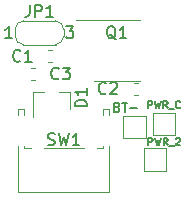
<source format=gto>
G04 #@! TF.GenerationSoftware,KiCad,Pcbnew,(5.1.6)-1*
G04 #@! TF.CreationDate,2020-08-20T16:01:08-07:00*
G04 #@! TF.ProjectId,Momentary-Power-Toggle,4d6f6d65-6e74-4617-9279-2d506f776572,rev?*
G04 #@! TF.SameCoordinates,Original*
G04 #@! TF.FileFunction,Legend,Top*
G04 #@! TF.FilePolarity,Positive*
%FSLAX46Y46*%
G04 Gerber Fmt 4.6, Leading zero omitted, Abs format (unit mm)*
G04 Created by KiCad (PCBNEW (5.1.6)-1) date 2020-08-20 16:01:08*
%MOMM*%
%LPD*%
G01*
G04 APERTURE LIST*
%ADD10C,0.120000*%
%ADD11C,0.150000*%
G04 APERTURE END LIST*
D10*
X90090000Y-86780000D02*
X90090000Y-86550000D01*
X90610000Y-90450000D02*
X82890000Y-90450000D01*
X82890000Y-90450000D02*
X82890000Y-86550000D01*
X90610000Y-83440000D02*
X90090000Y-83440000D01*
X90610000Y-90450000D02*
X90610000Y-86550000D01*
X83410000Y-86780000D02*
X83410000Y-86550000D01*
X90090000Y-83950000D02*
X90090000Y-83440000D01*
X90610000Y-83950000D02*
X90610000Y-83440000D01*
X83950000Y-86780000D02*
X83410000Y-86780000D01*
X83410000Y-83950000D02*
X83410000Y-83440000D01*
X83410000Y-83440000D02*
X82890000Y-83440000D01*
X82890000Y-83950000D02*
X82890000Y-83440000D01*
X90090000Y-86780000D02*
X89550000Y-86780000D01*
X88450000Y-86780000D02*
X85050000Y-86780000D01*
X91250000Y-81060000D02*
X93200000Y-81060000D01*
X91250000Y-81060000D02*
X89300000Y-81060000D01*
X91250000Y-75940000D02*
X93200000Y-75940000D01*
X91250000Y-75940000D02*
X87800000Y-75940000D01*
X82650000Y-77300000D02*
X82650000Y-76700000D01*
X86100000Y-78000000D02*
X83300000Y-78000000D01*
X86750000Y-76700000D02*
X86750000Y-77300000D01*
X83300000Y-76000000D02*
X86100000Y-76000000D01*
X82650000Y-76700000D02*
G75*
G02*
X83350000Y-76000000I700000J0D01*
G01*
X83350000Y-78000000D02*
G75*
G02*
X82650000Y-77300000I0J700000D01*
G01*
X86750000Y-77300000D02*
G75*
G02*
X86050000Y-78000000I-700000J0D01*
G01*
X86050000Y-76000000D02*
G75*
G02*
X86750000Y-76700000I0J-700000D01*
G01*
X91800000Y-84050000D02*
X93700000Y-84050000D01*
X93700000Y-84050000D02*
X93700000Y-85950000D01*
X93700000Y-85950000D02*
X91800000Y-85950000D01*
X91800000Y-85950000D02*
X91800000Y-84050000D01*
X93550000Y-86800000D02*
X95450000Y-86800000D01*
X95450000Y-86800000D02*
X95450000Y-88700000D01*
X95450000Y-88700000D02*
X93550000Y-88700000D01*
X93550000Y-88700000D02*
X93550000Y-86800000D01*
X94300000Y-83800000D02*
X96200000Y-83800000D01*
X96200000Y-83800000D02*
X96200000Y-85700000D01*
X96200000Y-85700000D02*
X94300000Y-85700000D01*
X94300000Y-85700000D02*
X94300000Y-83800000D01*
X87330000Y-81990000D02*
X86400000Y-81990000D01*
X84170000Y-81990000D02*
X85100000Y-81990000D01*
X84170000Y-81990000D02*
X84170000Y-84150000D01*
X87330000Y-81990000D02*
X87330000Y-83450000D01*
X84296267Y-81010000D02*
X83953733Y-81010000D01*
X84296267Y-79990000D02*
X83953733Y-79990000D01*
X93046267Y-82260000D02*
X92703733Y-82260000D01*
X93046267Y-81240000D02*
X92703733Y-81240000D01*
X85796267Y-79510000D02*
X85453733Y-79510000D01*
X85796267Y-78490000D02*
X85453733Y-78490000D01*
D11*
X85416666Y-86474761D02*
X85559523Y-86522380D01*
X85797619Y-86522380D01*
X85892857Y-86474761D01*
X85940476Y-86427142D01*
X85988095Y-86331904D01*
X85988095Y-86236666D01*
X85940476Y-86141428D01*
X85892857Y-86093809D01*
X85797619Y-86046190D01*
X85607142Y-85998571D01*
X85511904Y-85950952D01*
X85464285Y-85903333D01*
X85416666Y-85808095D01*
X85416666Y-85712857D01*
X85464285Y-85617619D01*
X85511904Y-85570000D01*
X85607142Y-85522380D01*
X85845238Y-85522380D01*
X85988095Y-85570000D01*
X86321428Y-85522380D02*
X86559523Y-86522380D01*
X86750000Y-85808095D01*
X86940476Y-86522380D01*
X87178571Y-85522380D01*
X88083333Y-86522380D02*
X87511904Y-86522380D01*
X87797619Y-86522380D02*
X87797619Y-85522380D01*
X87702380Y-85665238D01*
X87607142Y-85760476D01*
X87511904Y-85808095D01*
X91154761Y-77547619D02*
X91059523Y-77500000D01*
X90964285Y-77404761D01*
X90821428Y-77261904D01*
X90726190Y-77214285D01*
X90630952Y-77214285D01*
X90678571Y-77452380D02*
X90583333Y-77404761D01*
X90488095Y-77309523D01*
X90440476Y-77119047D01*
X90440476Y-76785714D01*
X90488095Y-76595238D01*
X90583333Y-76500000D01*
X90678571Y-76452380D01*
X90869047Y-76452380D01*
X90964285Y-76500000D01*
X91059523Y-76595238D01*
X91107142Y-76785714D01*
X91107142Y-77119047D01*
X91059523Y-77309523D01*
X90964285Y-77404761D01*
X90869047Y-77452380D01*
X90678571Y-77452380D01*
X92059523Y-77452380D02*
X91488095Y-77452380D01*
X91773809Y-77452380D02*
X91773809Y-76452380D01*
X91678571Y-76595238D01*
X91583333Y-76690476D01*
X91488095Y-76738095D01*
X83866666Y-74652380D02*
X83866666Y-75366666D01*
X83819047Y-75509523D01*
X83723809Y-75604761D01*
X83580952Y-75652380D01*
X83485714Y-75652380D01*
X84342857Y-75652380D02*
X84342857Y-74652380D01*
X84723809Y-74652380D01*
X84819047Y-74700000D01*
X84866666Y-74747619D01*
X84914285Y-74842857D01*
X84914285Y-74985714D01*
X84866666Y-75080952D01*
X84819047Y-75128571D01*
X84723809Y-75176190D01*
X84342857Y-75176190D01*
X85866666Y-75652380D02*
X85295238Y-75652380D01*
X85580952Y-75652380D02*
X85580952Y-74652380D01*
X85485714Y-74795238D01*
X85390476Y-74890476D01*
X85295238Y-74938095D01*
X82385714Y-77452380D02*
X81814285Y-77452380D01*
X82100000Y-77452380D02*
X82100000Y-76452380D01*
X82004761Y-76595238D01*
X81909523Y-76690476D01*
X81814285Y-76738095D01*
X86966666Y-76452380D02*
X87585714Y-76452380D01*
X87252380Y-76833333D01*
X87395238Y-76833333D01*
X87490476Y-76880952D01*
X87538095Y-76928571D01*
X87585714Y-77023809D01*
X87585714Y-77261904D01*
X87538095Y-77357142D01*
X87490476Y-77404761D01*
X87395238Y-77452380D01*
X87109523Y-77452380D01*
X87014285Y-77404761D01*
X86966666Y-77357142D01*
X91303571Y-83298428D02*
X91410714Y-83334142D01*
X91446428Y-83369857D01*
X91482142Y-83441285D01*
X91482142Y-83548428D01*
X91446428Y-83619857D01*
X91410714Y-83655571D01*
X91339285Y-83691285D01*
X91053571Y-83691285D01*
X91053571Y-82941285D01*
X91303571Y-82941285D01*
X91375000Y-82977000D01*
X91410714Y-83012714D01*
X91446428Y-83084142D01*
X91446428Y-83155571D01*
X91410714Y-83227000D01*
X91375000Y-83262714D01*
X91303571Y-83298428D01*
X91053571Y-83298428D01*
X91696428Y-82941285D02*
X92125000Y-82941285D01*
X91910714Y-83691285D02*
X91910714Y-82941285D01*
X92375000Y-83405571D02*
X92946428Y-83405571D01*
X93935714Y-86521428D02*
X93935714Y-85921428D01*
X94164285Y-85921428D01*
X94221428Y-85950000D01*
X94250000Y-85978571D01*
X94278571Y-86035714D01*
X94278571Y-86121428D01*
X94250000Y-86178571D01*
X94221428Y-86207142D01*
X94164285Y-86235714D01*
X93935714Y-86235714D01*
X94478571Y-85921428D02*
X94621428Y-86521428D01*
X94735714Y-86092857D01*
X94850000Y-86521428D01*
X94992857Y-85921428D01*
X95564285Y-86521428D02*
X95364285Y-86235714D01*
X95221428Y-86521428D02*
X95221428Y-85921428D01*
X95450000Y-85921428D01*
X95507142Y-85950000D01*
X95535714Y-85978571D01*
X95564285Y-86035714D01*
X95564285Y-86121428D01*
X95535714Y-86178571D01*
X95507142Y-86207142D01*
X95450000Y-86235714D01*
X95221428Y-86235714D01*
X95678571Y-86578571D02*
X96135714Y-86578571D01*
X96250000Y-85978571D02*
X96278571Y-85950000D01*
X96335714Y-85921428D01*
X96478571Y-85921428D01*
X96535714Y-85950000D01*
X96564285Y-85978571D01*
X96592857Y-86035714D01*
X96592857Y-86092857D01*
X96564285Y-86178571D01*
X96221428Y-86521428D01*
X96592857Y-86521428D01*
X93921428Y-83373428D02*
X93921428Y-82773428D01*
X94150000Y-82773428D01*
X94207142Y-82802000D01*
X94235714Y-82830571D01*
X94264285Y-82887714D01*
X94264285Y-82973428D01*
X94235714Y-83030571D01*
X94207142Y-83059142D01*
X94150000Y-83087714D01*
X93921428Y-83087714D01*
X94464285Y-82773428D02*
X94607142Y-83373428D01*
X94721428Y-82944857D01*
X94835714Y-83373428D01*
X94978571Y-82773428D01*
X95550000Y-83373428D02*
X95350000Y-83087714D01*
X95207142Y-83373428D02*
X95207142Y-82773428D01*
X95435714Y-82773428D01*
X95492857Y-82802000D01*
X95521428Y-82830571D01*
X95550000Y-82887714D01*
X95550000Y-82973428D01*
X95521428Y-83030571D01*
X95492857Y-83059142D01*
X95435714Y-83087714D01*
X95207142Y-83087714D01*
X95664285Y-83430571D02*
X96121428Y-83430571D01*
X96607142Y-83316285D02*
X96578571Y-83344857D01*
X96492857Y-83373428D01*
X96435714Y-83373428D01*
X96350000Y-83344857D01*
X96292857Y-83287714D01*
X96264285Y-83230571D01*
X96235714Y-83116285D01*
X96235714Y-83030571D01*
X96264285Y-82916285D01*
X96292857Y-82859142D01*
X96350000Y-82802000D01*
X96435714Y-82773428D01*
X96492857Y-82773428D01*
X96578571Y-82802000D01*
X96607142Y-82830571D01*
X88702380Y-83238095D02*
X87702380Y-83238095D01*
X87702380Y-83000000D01*
X87750000Y-82857142D01*
X87845238Y-82761904D01*
X87940476Y-82714285D01*
X88130952Y-82666666D01*
X88273809Y-82666666D01*
X88464285Y-82714285D01*
X88559523Y-82761904D01*
X88654761Y-82857142D01*
X88702380Y-83000000D01*
X88702380Y-83238095D01*
X88702380Y-81714285D02*
X88702380Y-82285714D01*
X88702380Y-82000000D02*
X87702380Y-82000000D01*
X87845238Y-82095238D01*
X87940476Y-82190476D01*
X87988095Y-82285714D01*
X86333333Y-80857142D02*
X86285714Y-80904761D01*
X86142857Y-80952380D01*
X86047619Y-80952380D01*
X85904761Y-80904761D01*
X85809523Y-80809523D01*
X85761904Y-80714285D01*
X85714285Y-80523809D01*
X85714285Y-80380952D01*
X85761904Y-80190476D01*
X85809523Y-80095238D01*
X85904761Y-80000000D01*
X86047619Y-79952380D01*
X86142857Y-79952380D01*
X86285714Y-80000000D01*
X86333333Y-80047619D01*
X86666666Y-79952380D02*
X87285714Y-79952380D01*
X86952380Y-80333333D01*
X87095238Y-80333333D01*
X87190476Y-80380952D01*
X87238095Y-80428571D01*
X87285714Y-80523809D01*
X87285714Y-80761904D01*
X87238095Y-80857142D01*
X87190476Y-80904761D01*
X87095238Y-80952380D01*
X86809523Y-80952380D01*
X86714285Y-80904761D01*
X86666666Y-80857142D01*
X90333333Y-82107142D02*
X90285714Y-82154761D01*
X90142857Y-82202380D01*
X90047619Y-82202380D01*
X89904761Y-82154761D01*
X89809523Y-82059523D01*
X89761904Y-81964285D01*
X89714285Y-81773809D01*
X89714285Y-81630952D01*
X89761904Y-81440476D01*
X89809523Y-81345238D01*
X89904761Y-81250000D01*
X90047619Y-81202380D01*
X90142857Y-81202380D01*
X90285714Y-81250000D01*
X90333333Y-81297619D01*
X90714285Y-81297619D02*
X90761904Y-81250000D01*
X90857142Y-81202380D01*
X91095238Y-81202380D01*
X91190476Y-81250000D01*
X91238095Y-81297619D01*
X91285714Y-81392857D01*
X91285714Y-81488095D01*
X91238095Y-81630952D01*
X90666666Y-82202380D01*
X91285714Y-82202380D01*
X83083333Y-79357142D02*
X83035714Y-79404761D01*
X82892857Y-79452380D01*
X82797619Y-79452380D01*
X82654761Y-79404761D01*
X82559523Y-79309523D01*
X82511904Y-79214285D01*
X82464285Y-79023809D01*
X82464285Y-78880952D01*
X82511904Y-78690476D01*
X82559523Y-78595238D01*
X82654761Y-78500000D01*
X82797619Y-78452380D01*
X82892857Y-78452380D01*
X83035714Y-78500000D01*
X83083333Y-78547619D01*
X84035714Y-79452380D02*
X83464285Y-79452380D01*
X83750000Y-79452380D02*
X83750000Y-78452380D01*
X83654761Y-78595238D01*
X83559523Y-78690476D01*
X83464285Y-78738095D01*
M02*

</source>
